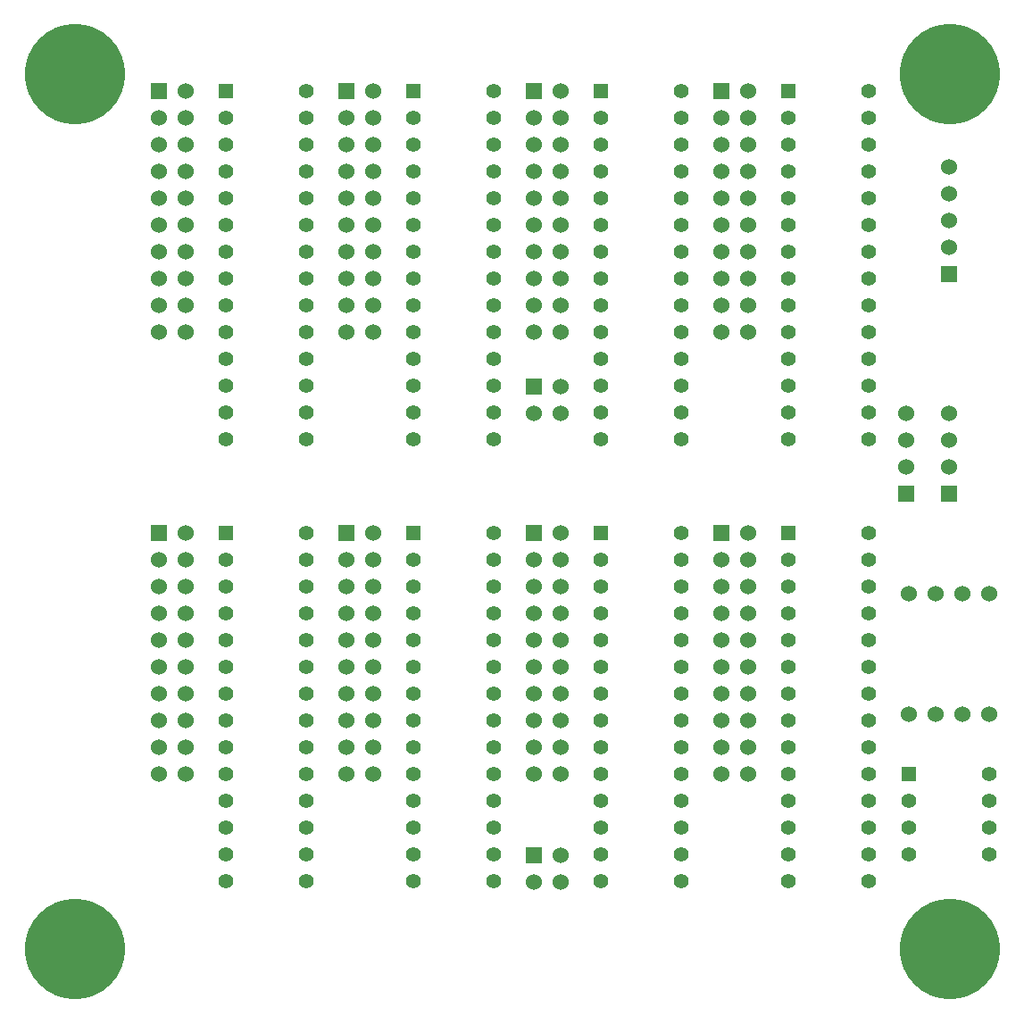
<source format=gts>
G04 #@! TF.FileFunction,Soldermask,Top*
%FSLAX46Y46*%
G04 Gerber Fmt 4.6, Leading zero omitted, Abs format (unit mm)*
G04 Created by KiCad (PCBNEW (after 2015-mar-04 BZR unknown)-product) date 4/18/2015 12:12:20 PM*
%MOMM*%
G01*
G04 APERTURE LIST*
%ADD10C,0.150000*%
%ADD11R,1.524000X1.524000*%
%ADD12C,1.524000*%
%ADD13C,9.525000*%
%ADD14C,1.397000*%
%ADD15R,1.397000X1.397000*%
G04 APERTURE END LIST*
D10*
D11*
X94869000Y-55753000D03*
D12*
X94869000Y-53213000D03*
X94869000Y-50673000D03*
X94869000Y-48133000D03*
D13*
X16000000Y-16000000D03*
X99000000Y-16000000D03*
X16000000Y-99000000D03*
X99000000Y-99000000D03*
D11*
X77310000Y-17620000D03*
D12*
X79850000Y-17620000D03*
X77310000Y-20160000D03*
X79850000Y-20160000D03*
X77310000Y-22700000D03*
X79850000Y-22700000D03*
X77310000Y-25240000D03*
X79850000Y-25240000D03*
X77310000Y-27780000D03*
X79850000Y-27780000D03*
X77310000Y-30320000D03*
X79850000Y-30320000D03*
X77310000Y-32860000D03*
X79850000Y-32860000D03*
X77310000Y-35400000D03*
X79850000Y-35400000D03*
X77310000Y-37940000D03*
X79850000Y-37940000D03*
X77310000Y-40480000D03*
X79850000Y-40480000D03*
D11*
X59530000Y-17620000D03*
D12*
X62070000Y-17620000D03*
X59530000Y-20160000D03*
X62070000Y-20160000D03*
X59530000Y-22700000D03*
X62070000Y-22700000D03*
X59530000Y-25240000D03*
X62070000Y-25240000D03*
X59530000Y-27780000D03*
X62070000Y-27780000D03*
X59530000Y-30320000D03*
X62070000Y-30320000D03*
X59530000Y-32860000D03*
X62070000Y-32860000D03*
X59530000Y-35400000D03*
X62070000Y-35400000D03*
X59530000Y-37940000D03*
X62070000Y-37940000D03*
X59530000Y-40480000D03*
X62070000Y-40480000D03*
D11*
X41750000Y-17620000D03*
D12*
X44290000Y-17620000D03*
X41750000Y-20160000D03*
X44290000Y-20160000D03*
X41750000Y-22700000D03*
X44290000Y-22700000D03*
X41750000Y-25240000D03*
X44290000Y-25240000D03*
X41750000Y-27780000D03*
X44290000Y-27780000D03*
X41750000Y-30320000D03*
X44290000Y-30320000D03*
X41750000Y-32860000D03*
X44290000Y-32860000D03*
X41750000Y-35400000D03*
X44290000Y-35400000D03*
X41750000Y-37940000D03*
X44290000Y-37940000D03*
X41750000Y-40480000D03*
X44290000Y-40480000D03*
D11*
X23970000Y-17620000D03*
D12*
X26510000Y-17620000D03*
X23970000Y-20160000D03*
X26510000Y-20160000D03*
X23970000Y-22700000D03*
X26510000Y-22700000D03*
X23970000Y-25240000D03*
X26510000Y-25240000D03*
X23970000Y-27780000D03*
X26510000Y-27780000D03*
X23970000Y-30320000D03*
X26510000Y-30320000D03*
X23970000Y-32860000D03*
X26510000Y-32860000D03*
X23970000Y-35400000D03*
X26510000Y-35400000D03*
X23970000Y-37940000D03*
X26510000Y-37940000D03*
X23970000Y-40480000D03*
X26510000Y-40480000D03*
D11*
X98933000Y-55753000D03*
D12*
X98933000Y-53213000D03*
X98933000Y-50673000D03*
X98933000Y-48133000D03*
D11*
X41750000Y-59530000D03*
D12*
X44290000Y-59530000D03*
X41750000Y-62070000D03*
X44290000Y-62070000D03*
X41750000Y-64610000D03*
X44290000Y-64610000D03*
X41750000Y-67150000D03*
X44290000Y-67150000D03*
X41750000Y-69690000D03*
X44290000Y-69690000D03*
X41750000Y-72230000D03*
X44290000Y-72230000D03*
X41750000Y-74770000D03*
X44290000Y-74770000D03*
X41750000Y-77310000D03*
X44290000Y-77310000D03*
X41750000Y-79850000D03*
X44290000Y-79850000D03*
X41750000Y-82390000D03*
X44290000Y-82390000D03*
D11*
X59530000Y-59530000D03*
D12*
X62070000Y-59530000D03*
X59530000Y-62070000D03*
X62070000Y-62070000D03*
X59530000Y-64610000D03*
X62070000Y-64610000D03*
X59530000Y-67150000D03*
X62070000Y-67150000D03*
X59530000Y-69690000D03*
X62070000Y-69690000D03*
X59530000Y-72230000D03*
X62070000Y-72230000D03*
X59530000Y-74770000D03*
X62070000Y-74770000D03*
X59530000Y-77310000D03*
X62070000Y-77310000D03*
X59530000Y-79850000D03*
X62070000Y-79850000D03*
X59530000Y-82390000D03*
X62070000Y-82390000D03*
D11*
X77310000Y-59530000D03*
D12*
X79850000Y-59530000D03*
X77310000Y-62070000D03*
X79850000Y-62070000D03*
X77310000Y-64610000D03*
X79850000Y-64610000D03*
X77310000Y-67150000D03*
X79850000Y-67150000D03*
X77310000Y-69690000D03*
X79850000Y-69690000D03*
X77310000Y-72230000D03*
X79850000Y-72230000D03*
X77310000Y-74770000D03*
X79850000Y-74770000D03*
X77310000Y-77310000D03*
X79850000Y-77310000D03*
X77310000Y-79850000D03*
X79850000Y-79850000D03*
X77310000Y-82390000D03*
X79850000Y-82390000D03*
D11*
X59563000Y-90043000D03*
D12*
X62103000Y-90043000D03*
X59563000Y-92583000D03*
X62103000Y-92583000D03*
D11*
X59563000Y-45593000D03*
D12*
X62103000Y-45593000D03*
X59563000Y-48133000D03*
X62103000Y-48133000D03*
D11*
X23970000Y-59530000D03*
D12*
X26510000Y-59530000D03*
X23970000Y-62070000D03*
X26510000Y-62070000D03*
X23970000Y-64610000D03*
X26510000Y-64610000D03*
X23970000Y-67150000D03*
X26510000Y-67150000D03*
X23970000Y-69690000D03*
X26510000Y-69690000D03*
X23970000Y-72230000D03*
X26510000Y-72230000D03*
X23970000Y-74770000D03*
X26510000Y-74770000D03*
X23970000Y-77310000D03*
X26510000Y-77310000D03*
X23970000Y-79850000D03*
X26510000Y-79850000D03*
X23970000Y-82390000D03*
X26510000Y-82390000D03*
D11*
X98933000Y-34925000D03*
D12*
X98933000Y-32385000D03*
X98933000Y-29845000D03*
X98933000Y-27305000D03*
X98933000Y-24765000D03*
X95090000Y-65245000D03*
X95090000Y-76675000D03*
X97630000Y-65245000D03*
X97630000Y-76675000D03*
X100170000Y-65245000D03*
X100170000Y-76675000D03*
X102710000Y-65245000D03*
X102710000Y-76675000D03*
D14*
X30320000Y-20160000D03*
X30320000Y-22700000D03*
X30320000Y-25240000D03*
X30320000Y-27780000D03*
X30320000Y-30320000D03*
X30320000Y-32860000D03*
X30320000Y-35400000D03*
X30320000Y-37940000D03*
X30320000Y-40480000D03*
X30320000Y-43020000D03*
X30320000Y-45560000D03*
X30320000Y-48100000D03*
X30320000Y-50640000D03*
D15*
X30320000Y-17620000D03*
D14*
X37940000Y-50640000D03*
X37940000Y-48100000D03*
X37940000Y-45560000D03*
X37940000Y-43020000D03*
X37940000Y-40480000D03*
X37940000Y-37940000D03*
X37940000Y-35400000D03*
X37940000Y-32860000D03*
X37940000Y-30320000D03*
X37940000Y-27780000D03*
X37940000Y-25240000D03*
X37940000Y-22700000D03*
X37940000Y-20160000D03*
X37940000Y-17620000D03*
X48100000Y-20160000D03*
X48100000Y-22700000D03*
X48100000Y-25240000D03*
X48100000Y-27780000D03*
X48100000Y-30320000D03*
X48100000Y-32860000D03*
X48100000Y-35400000D03*
X48100000Y-37940000D03*
X48100000Y-40480000D03*
X48100000Y-43020000D03*
X48100000Y-45560000D03*
X48100000Y-48100000D03*
X48100000Y-50640000D03*
D15*
X48100000Y-17620000D03*
D14*
X55720000Y-50640000D03*
X55720000Y-48100000D03*
X55720000Y-45560000D03*
X55720000Y-43020000D03*
X55720000Y-40480000D03*
X55720000Y-37940000D03*
X55720000Y-35400000D03*
X55720000Y-32860000D03*
X55720000Y-30320000D03*
X55720000Y-27780000D03*
X55720000Y-25240000D03*
X55720000Y-22700000D03*
X55720000Y-20160000D03*
X55720000Y-17620000D03*
X65880000Y-20160000D03*
X65880000Y-22700000D03*
X65880000Y-25240000D03*
X65880000Y-27780000D03*
X65880000Y-30320000D03*
X65880000Y-32860000D03*
X65880000Y-35400000D03*
X65880000Y-37940000D03*
X65880000Y-40480000D03*
X65880000Y-43020000D03*
X65880000Y-45560000D03*
X65880000Y-48100000D03*
X65880000Y-50640000D03*
D15*
X65880000Y-17620000D03*
D14*
X73500000Y-50640000D03*
X73500000Y-48100000D03*
X73500000Y-45560000D03*
X73500000Y-43020000D03*
X73500000Y-40480000D03*
X73500000Y-37940000D03*
X73500000Y-35400000D03*
X73500000Y-32860000D03*
X73500000Y-30320000D03*
X73500000Y-27780000D03*
X73500000Y-25240000D03*
X73500000Y-22700000D03*
X73500000Y-20160000D03*
X73500000Y-17620000D03*
X83660000Y-20160000D03*
X83660000Y-22700000D03*
X83660000Y-25240000D03*
X83660000Y-27780000D03*
X83660000Y-30320000D03*
X83660000Y-32860000D03*
X83660000Y-35400000D03*
X83660000Y-37940000D03*
X83660000Y-40480000D03*
X83660000Y-43020000D03*
X83660000Y-45560000D03*
X83660000Y-48100000D03*
X83660000Y-50640000D03*
D15*
X83660000Y-17620000D03*
D14*
X91280000Y-50640000D03*
X91280000Y-48100000D03*
X91280000Y-45560000D03*
X91280000Y-43020000D03*
X91280000Y-40480000D03*
X91280000Y-37940000D03*
X91280000Y-35400000D03*
X91280000Y-32860000D03*
X91280000Y-30320000D03*
X91280000Y-27780000D03*
X91280000Y-25240000D03*
X91280000Y-22700000D03*
X91280000Y-20160000D03*
X91280000Y-17620000D03*
X30320000Y-62070000D03*
X30320000Y-64610000D03*
X30320000Y-67150000D03*
X30320000Y-69690000D03*
X30320000Y-72230000D03*
X30320000Y-74770000D03*
X30320000Y-77310000D03*
X30320000Y-79850000D03*
X30320000Y-82390000D03*
X30320000Y-84930000D03*
X30320000Y-87470000D03*
X30320000Y-90010000D03*
X30320000Y-92550000D03*
D15*
X30320000Y-59530000D03*
D14*
X37940000Y-92550000D03*
X37940000Y-90010000D03*
X37940000Y-87470000D03*
X37940000Y-84930000D03*
X37940000Y-82390000D03*
X37940000Y-79850000D03*
X37940000Y-77310000D03*
X37940000Y-74770000D03*
X37940000Y-72230000D03*
X37940000Y-69690000D03*
X37940000Y-67150000D03*
X37940000Y-64610000D03*
X37940000Y-62070000D03*
X37940000Y-59530000D03*
X48100000Y-62070000D03*
X48100000Y-64610000D03*
X48100000Y-67150000D03*
X48100000Y-69690000D03*
X48100000Y-72230000D03*
X48100000Y-74770000D03*
X48100000Y-77310000D03*
X48100000Y-79850000D03*
X48100000Y-82390000D03*
X48100000Y-84930000D03*
X48100000Y-87470000D03*
X48100000Y-90010000D03*
X48100000Y-92550000D03*
D15*
X48100000Y-59530000D03*
D14*
X55720000Y-92550000D03*
X55720000Y-90010000D03*
X55720000Y-87470000D03*
X55720000Y-84930000D03*
X55720000Y-82390000D03*
X55720000Y-79850000D03*
X55720000Y-77310000D03*
X55720000Y-74770000D03*
X55720000Y-72230000D03*
X55720000Y-69690000D03*
X55720000Y-67150000D03*
X55720000Y-64610000D03*
X55720000Y-62070000D03*
X55720000Y-59530000D03*
X65880000Y-62070000D03*
X65880000Y-64610000D03*
X65880000Y-67150000D03*
X65880000Y-69690000D03*
X65880000Y-72230000D03*
X65880000Y-74770000D03*
X65880000Y-77310000D03*
X65880000Y-79850000D03*
X65880000Y-82390000D03*
X65880000Y-84930000D03*
X65880000Y-87470000D03*
X65880000Y-90010000D03*
X65880000Y-92550000D03*
D15*
X65880000Y-59530000D03*
D14*
X73500000Y-92550000D03*
X73500000Y-90010000D03*
X73500000Y-87470000D03*
X73500000Y-84930000D03*
X73500000Y-82390000D03*
X73500000Y-79850000D03*
X73500000Y-77310000D03*
X73500000Y-74770000D03*
X73500000Y-72230000D03*
X73500000Y-69690000D03*
X73500000Y-67150000D03*
X73500000Y-64610000D03*
X73500000Y-62070000D03*
X73500000Y-59530000D03*
X83660000Y-62070000D03*
X83660000Y-64610000D03*
X83660000Y-67150000D03*
X83660000Y-69690000D03*
X83660000Y-72230000D03*
X83660000Y-74770000D03*
X83660000Y-77310000D03*
X83660000Y-79850000D03*
X83660000Y-82390000D03*
X83660000Y-84930000D03*
X83660000Y-87470000D03*
X83660000Y-90010000D03*
X83660000Y-92550000D03*
D15*
X83660000Y-59530000D03*
D14*
X91280000Y-92550000D03*
X91280000Y-90010000D03*
X91280000Y-87470000D03*
X91280000Y-84930000D03*
X91280000Y-82390000D03*
X91280000Y-79850000D03*
X91280000Y-77310000D03*
X91280000Y-74770000D03*
X91280000Y-72230000D03*
X91280000Y-69690000D03*
X91280000Y-67150000D03*
X91280000Y-64610000D03*
X91280000Y-62070000D03*
X91280000Y-59530000D03*
D15*
X95090000Y-82390000D03*
D14*
X95090000Y-84930000D03*
X95090000Y-87470000D03*
X95090000Y-90010000D03*
X102710000Y-90010000D03*
X102710000Y-87470000D03*
X102710000Y-84930000D03*
X102710000Y-82390000D03*
M02*

</source>
